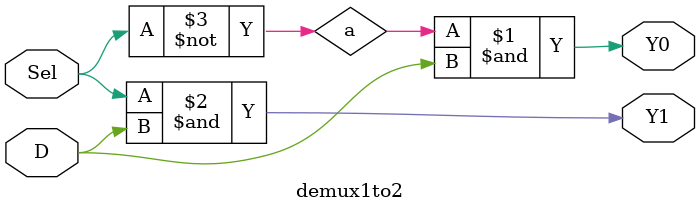
<source format=v>

module demux1to2 (Y0, Y1, Sel, D);  

// Input ports declaration
input Sel;
input D;

// Output ports declaration
output Y0;
output Y1;

// Internal wires declaration
wire a;

// Primitive Instantiation
not(a, Sel);
and(Y0, a, D);
and(Y1, Sel, D);

endmodule

</source>
